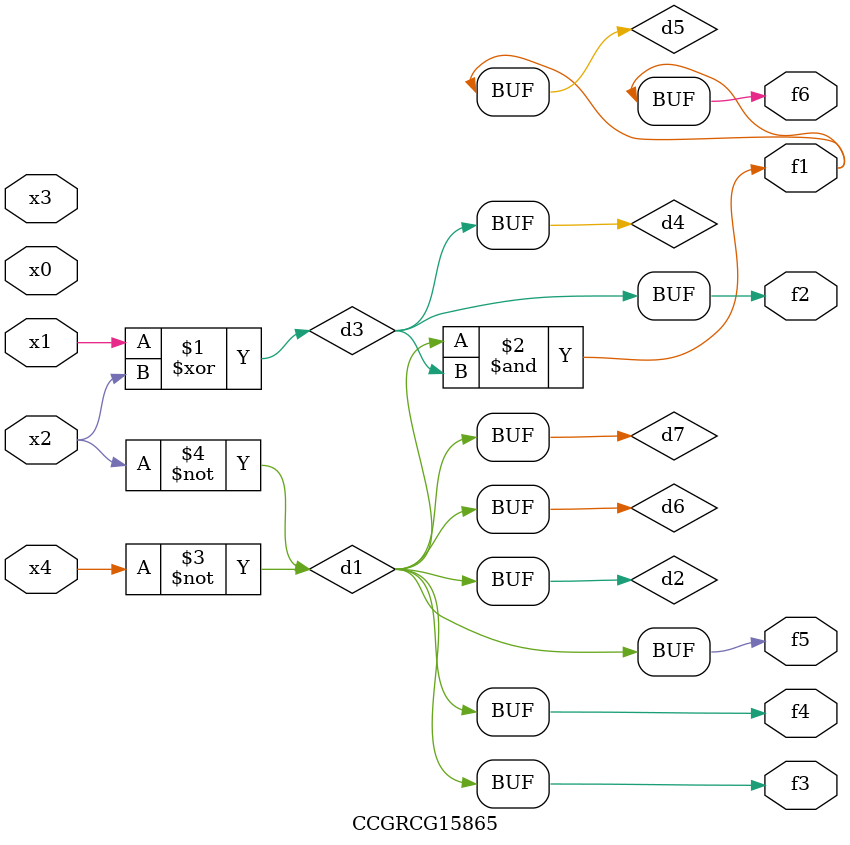
<source format=v>
module CCGRCG15865(
	input x0, x1, x2, x3, x4,
	output f1, f2, f3, f4, f5, f6
);

	wire d1, d2, d3, d4, d5, d6, d7;

	not (d1, x4);
	not (d2, x2);
	xor (d3, x1, x2);
	buf (d4, d3);
	and (d5, d1, d3);
	buf (d6, d1, d2);
	buf (d7, d2);
	assign f1 = d5;
	assign f2 = d4;
	assign f3 = d7;
	assign f4 = d7;
	assign f5 = d7;
	assign f6 = d5;
endmodule

</source>
